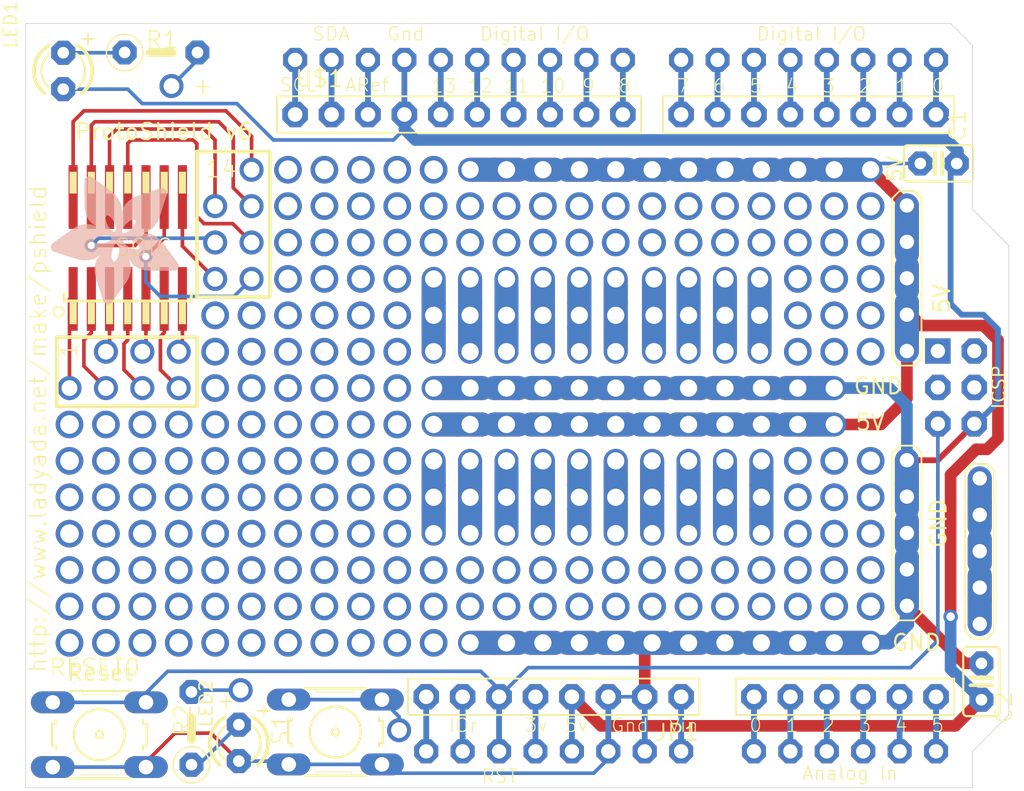
<source format=kicad_pcb>
(kicad_pcb (version 20221018) (generator pcbnew)
  (layers (0 "F.Cu" signal) (31 "B.Cu" signal) (34 "B.Paste" user) (35 "F.Paste" user) (36 "B.SilkS" user "B.Silkscreen") (37 "F.SilkS" user "F.Silkscreen") (38 "B.Mask" user) (39 "F.Mask" user) (44 "Edge.Cuts" user))
  (net 0 "")
  (net 1 "+5V")
  (net 2 "GND")
  (net 3 "N$11")
  (net 4 "N$12")
  (net 5 "N$13")
  (net 6 "N$14")
  (net 7 "N$17")
  (net 8 "N$18")
  (net 9 "N$19")
  (net 10 "N$30")
  (net 11 "N$31")
  (net 12 "N$32")
  (net 13 "N$33")
  (net 14 "N$38")
  (net 15 "N$39")
  (net 16 "N$46")
  (net 17 "N$47")
  (net 18 "N$48")
  (net 19 "N$52")
  (net 20 "N$53")
  (net 21 "N$60")
  (net 22 "N$64")
  (net 23 "N$65")
  (net 24 "N$66")
  (net 25 "N$68")
  (net 26 "N$69")
  (net 27 "N$71")
  (net 28 "N$72")
  (net 29 "N$73")
  (net 30 "N$74")
  (net 31 "N$75")
  (net 32 "N$76")
  (net 33 "N$77")
  (net 34 "N$78")
  (net 35 "N$79")
  (net 36 "N$81")
  (net 37 "N$82")
  (net 38 "N$83")
  (net 39 "N$84")
  (net 40 "N$91")
  (net 41 "N$95")
  (net 42 "N$96")
  (net 43 "N$97")
  (net 44 "N$98")
  (net 45 "N$101")
  (net 46 "N$102")
  (net 47 "N$103")
  (net 48 "N$104")
  (net 49 "N$105")
  (net 50 "N$106")
  (net 51 "N$107")
  (net 52 "N$108")
  (net 53 "N$109")
  (net 54 "N$110")
  (net 55 "N$111")
  (net 56 "N$112")
  (net 57 "N$113")
  (net 58 "N$125")
  (net 59 "N$129")
  (net 60 "N$130")
  (net 61 "N$131")
  (net 62 "N$133")
  (net 63 "N$134")
  (net 64 "N$138")
  (net 65 "N$139")
  (net 66 "N$140")
  (net 67 "N$141")
  (net 68 "N$142")
  (net 69 "N$143")
  (net 70 "N$144")
  (net 71 "N$146")
  (net 72 "N$147")
  (net 73 "N$148")
  (net 74 "N$160")
  (net 75 "N$161")
  (net 76 "N$162")
  (net 77 "N$163")
  (net 78 "N$168")
  (net 79 "N$169")
  (net 80 "N$170")
  (net 81 "N$173")
  (net 82 "N$174")
  (net 83 "N$175")
  (net 84 "N$176")
  (net 85 "N$177")
  (net 86 "N$198")
  (net 87 "N$199")
  (net 88 "N$206")
  (net 89 "N$207")
  (net 90 "N$208")
  (net 91 "N$209")
  (net 92 "N$225")
  (net 93 "N$226")
  (net 94 "N$227")
  (net 95 "N$228")
  (net 96 "N$241")
  (net 97 "N$242")
  (net 98 "N$255")
  (net 99 "N$259")
  (net 100 "N$260")
  (net 101 "N$261")
  (net 102 "N$263")
  (net 103 "N$264")
  (net 104 "N$51")
  (net 105 "N$99")
  (net 106 "N$194")
  (net 107 "3.3V")
  (net 108 "RESET")
  (net 109 "N$1")
  (net 110 "N$128")
  (net 111 "N$132")
  (net 112 "N$136")
  (net 113 "N$137")
  (net 114 "N$171")
  (net 115 "N$172")
  (net 116 "N$193")
  (net 117 "N$195")
  (net 118 "N$196")
  (net 119 "N$210")
  (net 120 "N$214")
  (net 121 "N$215")
  (net 122 "N$218")
  (net 123 "N$219")
  (net 124 "N$229")
  (net 125 "N$258")
  (net 126 "N$262")
  (net 127 "N$265")
  (net 128 "N$266")
  (net 129 "N$267")
  (net 130 "N$268")
  (net 131 "N$269")
  (net 132 "N$270")
  (net 133 "N$271")
  (net 134 "N$272")
  (net 135 "N$274")
  (net 136 "N$275")
  (net 137 "N$25")
  (net 138 "N$26")
  (net 139 "N$27")
  (net 140 "N$28")
  (net 141 "N$29")
  (net 142 "N$35")
  (net 143 "N$36")
  (net 144 "N$37")
  (net 145 "N$87")
  (net 146 "N$216")
  (net 147 "N$217")
  (net 148 "N$273")
  (net 149 "N$20")
  (net 150 "N$21")
  (net 151 "N$22")
  (net 152 "N$23")
  (net 153 "N$24")
  (net 154 "N$34")
  (net 155 "N$49")
  (net 156 "N$50")
  (net 157 "N$61")
  (net 158 "N$62")
  (net 159 "N$63")
  (net 160 "N$67")
  (net 161 "N$85")
  (net 162 "N$86")
  (net 163 "N$9")
  (net 164 "N$10")
  (net 165 "N$42")
  (net 166 "N$43")
  (net 167 "N$44")
  (net 168 "N$80")
  (net 169 "N$114")
  (net 170 "N$118")
  (net 171 "N$119")
  (net 172 "N$120")
  (net 173 "N$121")
  (net 174 "N$122")
  (net 175 "N$123")
  (net 176 "N$124")
  (net 177 "N$126")
  (net 178 "N$127")
  (net 179 "N$149")
  (net 180 "N$150")
  (net 181 "N$151")
  (net 182 "N$155")
  (net 183 "N$156")
  (net 184 "N$157")
  (net 185 "N$158")
  (net 186 "N$159")
  (net 187 "N$165")
  (net 188 "N$166")
  (net 189 "N$167")
  (net 190 "N$178")
  (net 191 "N$90")
  (net 192 "N$100")
  (net 193 "N$3")
  (net 194 "N$6")
  (net 195 "N$7")
  (net 196 "N$8")
  (net 197 "N$16")
  (net 198 "N$40")
  (net 199 "N$41")
  (net 200 "N$2")
  (net 201 "N$5")
  (net 202 "N$45")
  (net 203 "N$54")
  (net 204 "N$55")
  (net 205 "N$56")
  (net 206 "N$57")
  (net 207 "N$58")
  (net 208 "N$59")
  (net 209 "N$70")
  (net 210 "N$88")
  (net 211 "N$89")
  (net 212 "N$92")
  (net 213 "N$93")
  (net 214 "N$94")
  (net 215 "N$115")
  (net 216 "N$116")
  (net 217 "N$117")
  (net 218 "N$135")
  (net 219 "N$145")
  (net 220 "N$152")
  (net 221 "N$153")
  (net 222 "N$4")
  (net 223 "N$15")
  (net 224 "N$154")
  (net 225 "N$164")
  (footprint "working:PERFHOLE" (layer "F.Cu") (at 119.8092 103.7793)
    (fp_text reference "U$6" hide)
    (fp_text value "PERFHOLE" hide)
  )
  (footprint "working:1X10-BIG" (layer "F.Cu") (at 144.4371 84.6836)
    (fp_text reference "U$1")
    (fp_text value "PINHD-1X10")
  )
  (footprint "working:3-STRIP" (layer "F.Cu") (at 160.4492 111.3993 90)
    (fp_text reference "U$11" hide)
    (fp_text value "3-STRIP" hide)
  )
  (footprint "working:3-STRIP" (layer "F.Cu") (at 152.8292 111.3993 90)
    (fp_text reference "U$23" hide)
    (fp_text value "3-STRIP" hide)
  )
  (footprint "working:3-STRIP" (layer "F.Cu") (at 155.3692 111.3993 90)
    (fp_text reference "U$33" hide)
    (fp_text value "3-STRIP" hide)
  )
  (footprint "working:1X08-BIG" (layer "F.Cu") (at 151.0411 125.3236 180)
    (fp_text reference "JP1")
    (fp_text value "")
  )
  (footprint "working:C025-025X050" (layer "F.Cu") (at 180.876 124.2619 90)
    (fp_text reference "C2")
    (fp_text value "")
  )
  (footprint "" (layer "F.Cu") (at 180.7692 96.1593)
    (fp_text reference "@HOLE1" hide)
    (fp_text value "")
  )
  (footprint "working:1X06-BIG" (layer "F.Cu") (at 171.3611 125.3236)
    (fp_text reference "JP9" hide)
    (fp_text value "")
  )
  (footprint "working:3-STRIP" (layer "F.Cu") (at 152.8292 98.6993 90)
    (fp_text reference "U$21" hide)
    (fp_text value "3-STRIP" hide)
  )
  (footprint "working:5-STRIP" (layer "F.Cu") (at 175.6791 118.9736 90)
    (fp_text reference "U$43" hide)
    (fp_text value "5-STRIP" hide)
  )
  (footprint "working:LED3MM" (layer "F.Cu") (at 116.8324 81.6457 -90)
    (fp_text reference "LED1")
    (fp_text value "")
  )
  (footprint "working:3-STRIP" (layer "F.Cu") (at 155.3692 98.6993 90)
    (fp_text reference "U$28" hide)
    (fp_text value "3-STRIP" hide)
  )
  (footprint "working:3-STRIP" (layer "F.Cu") (at 158.0362 98.6993 90)
    (fp_text reference "U$15" hide)
    (fp_text value "3-STRIP" hide)
  )
  (footprint "working:LED3MM" (layer "F.Cu") (at 129.0802 128.5443 -90)
    (fp_text reference "LED2")
    (fp_text value "")
  )
  (footprint "working:0207_5V" (layer "F.Cu") (at 125.7782 127.5283 90)
    (fp_text reference "R2")
    (fp_text value "")
  )
  (footprint "working:ARDUINOR3_ICSP" (layer "F.Cu") (at 114.2111 131.6736)
    (fp_text reference "M1" hide)
    (fp_text value "ARDUINO_R3_ICSP" hide)
    (fp_line (start 0 -53.34) (end 0 0) (stroke (width 0.05)) (layer "Edge.Cuts"))
    (fp_line (start 0 0) (end 66.04 0) (stroke (width 0.05)) (layer "Edge.Cuts"))
    (fp_line (start 64.516 -53.34) (end 0 -53.34) (stroke (width 0.05)) (layer "Edge.Cuts"))
    (fp_line (start 66.04 -51.816) (end 64.516 -53.34) (stroke (width 0.05)) (layer "Edge.Cuts"))
    (fp_line (start 66.04 -40.386) (end 66.04 -51.816) (stroke (width 0.05)) (layer "Edge.Cuts"))
    (fp_line (start 66.04 -2.54) (end 68.58 -5.08) (stroke (width 0.05)) (layer "Edge.Cuts"))
    (fp_line (start 66.04 0) (end 66.04 -2.54) (stroke (width 0.05)) (layer "Edge.Cuts"))
    (fp_line (start 68.58 -37.846) (end 66.04 -40.386) (stroke (width 0.05)) (layer "Edge.Cuts"))
    (fp_line (start 68.58 -5.08) (end 68.58 -37.846) (stroke (width 0.05)) (layer "Edge.Cuts"))
  )
  (footprint "working:3-STRIP" (layer "F.Cu") (at 145.2092 98.6993 90)
    (fp_text reference "U$29" hide)
    (fp_text value "3-STRIP" hide)
  )
  (footprint "working:1X08-BIG" (layer "F.Cu") (at 168.8211 84.6836 180)
    (fp_text reference "JP4" hide)
    (fp_text value "")
  )
  (footprint "working:3-STRIP" (layer "F.Cu") (at 157.9092 111.3993 90)
    (fp_text reference "U$32" hide)
    (fp_text value "3-STRIP" hide)
  )
  (footprint "working:PERFHOLE" (layer "F.Cu") (at 129.9692 96.1593 90)
    (fp_text reference "U$35" hide)
    (fp_text value "PERFHOLE" hide)
  )
  (footprint "working:3-STRIP" (layer "F.Cu") (at 142.6692 111.3993 90)
    (fp_text reference "U$26" hide)
    (fp_text value "3-STRIP" hide)
  )
  (footprint "working:B3F-10XX" (layer "F.Cu") (at 135.8112 127.7823)
    (fp_text reference "S1")
    (fp_text value "Reset" hide)
  )
  (footprint "working:3-STRIP" (layer "F.Cu") (at 142.6692 98.6993 90)
    (fp_text reference "U$17" hide)
    (fp_text value "3-STRIP" hide)
  )
  (footprint "working:PERFHOLE" (layer "F.Cu") (at 124.3812 82.6973)
    (fp_text reference "U$7" hide)
    (fp_text value "PERFHOLE" hide)
  )
  (footprint "working:PERFHOLE" (layer "F.Cu") (at 129.2072 124.8613)
    (fp_text reference "U$4" hide)
    (fp_text value "PERFHOLE" hide)
  )
  (footprint "working:PERFHOLE" (layer "F.Cu") (at 122.3492 101.2393)
    (fp_text reference "U$19" hide)
    (fp_text value "PERFHOLE" hide)
  )
  (footprint "working:PERFHOLE" (layer "F.Cu") (at 127.4292 96.1593 90)
    (fp_text reference "U$34" hide)
    (fp_text value "PERFHOLE" hide)
  )
  (footprint "working:3-STRIP" (layer "F.Cu") (at 147.7492 111.3993 90)
    (fp_text reference "U$31" hide)
    (fp_text value "3-STRIP" hide)
  )
  (footprint "working:3-STRIP" (layer "F.Cu") (at 145.2092 111.3993 90)
    (fp_text reference "U$18" hide)
    (fp_text value "3-STRIP" hide)
  )
  (footprint "working:B3F-10XX" (layer "F.Cu") (at 119.3512 127.9721 180)
    (fp_text reference "RESET0")
    (fp_text value "Reset" hide)
  )
  (footprint "working:PERFHOLE" (layer "F.Cu") (at 140.2562 127.6553)
    (fp_text reference "U$16" hide)
    (fp_text value "PERFHOLE" hide)
  )
  (footprint "working:PERFHOLE" (layer "F.Cu") (at 119.8092 101.2393)
    (fp_text reference "U$8" hide)
    (fp_text value "PERFHOLE" hide)
  )
  (footprint "working:PERFHOLE" (layer "F.Cu") (at 127.4292 91.0793 90)
    (fp_text reference "U$39" hide)
    (fp_text value "PERFHOLE" hide)
  )
  (footprint "working:PERFHOLE" (layer "F.Cu") (at 124.8892 103.7793)
    (fp_text reference "U$25" hide)
    (fp_text value "PERFHOLE" hide)
  )
  (footprint "working:PERFHOLE" (layer "F.Cu") (at 129.9692 93.6193 90)
    (fp_text reference "U$38" hide)
    (fp_text value "PERFHOLE" hide)
  )
  (footprint "working:3-STRIP" (layer "F.Cu") (at 147.7492 98.6993 90)
    (fp_text reference "U$20" hide)
    (fp_text value "3-STRIP" hide)
  )
  (footprint "working:3-STRIP" (layer "F.Cu") (at 165.4022 98.6993 90)
    (fp_text reference "U$13" hide)
    (fp_text value "3-STRIP" hide)
  )
  (footprint "working:PERFHOLE" (layer "F.Cu") (at 117.2692 103.7793)
    (fp_text reference "U$2" hide)
    (fp_text value "PERFHOLE" hide)
  )
  (footprint "" (layer "F.Cu") (at 129.9692 80.9193)
    (fp_text reference "@HOLE0" hide)
    (fp_text value "")
  )
  (footprint "working:SO-14NMW" (layer "F.Cu") (at 120.5712 93.8733)
    (fp_text reference "IC1" hide)
    (fp_text value "SMD-14" hide)
  )
  (footprint "working:PERFHOLE" (layer "F.Cu") (at 129.9692 88.5393 90)
    (fp_text reference "U$41" hide)
    (fp_text value "PERFHOLE" hide)
  )
  (footprint "working:C025-025X050" (layer "F.Cu") (at 177.8838 88.1025)
    (fp_text reference "C1")
    (fp_text value "")
  )
  (footprint "working:3-STRIP" (layer "F.Cu") (at 150.2892 98.6993 90)
    (fp_text reference "U$30" hide)
    (fp_text value "3-STRIP" hide)
  )
  (footprint "working:5-STRIP" (layer "F.Cu") (at 175.6791 101.1936 90)
    (fp_text reference "U$24" hide)
    (fp_text value "5-STRIP" hide)
  )
  (footprint "working:PERFHOLE" (layer "F.Cu") (at 127.4292 93.6193 90)
    (fp_text reference "U$37" hide)
    (fp_text value "PERFHOLE" hide)
  )
  (footprint "working:12-STRIP" (layer "F.Cu") (at 173.1492 88.5393 180)
    (fp_text reference "VCCSTRIP1" hide)
    (fp_text value "12-STRIP" hide)
  )
  (footprint "working:PERFHOLE" (layer "F.Cu") (at 129.9692 91.0793 90)
    (fp_text reference "U$40" hide)
    (fp_text value "PERFHOLE" hide)
  )
  (footprint "working:3-STRIP" (layer "F.Cu") (at 162.9892 98.6993 90)
    (fp_text reference "U$12" hide)
    (fp_text value "3-STRIP" hide)
  )
  (footprint "working:3-STRIP" (layer "F.Cu") (at 165.5292 111.3993 90)
    (fp_text reference "U$14" hide)
    (fp_text value "3-STRIP" hide)
  )
  (footprint "working:PERFHOLE" (layer "F.Cu") (at 124.8892 101.2393)
    (fp_text reference "U$27" hide)
    (fp_text value "PERFHOLE" hide)
  )
  (footprint "working:PERFHOLE" (layer "F.Cu") (at 122.3492 103.7793)
    (fp_text reference "U$9" hide)
    (fp_text value "PERFHOLE" hide)
  )
  (footprint "working:3-STRIP" (layer "F.Cu") (at 160.4492 98.6993 90)
    (fp_text reference "U$10" hide)
    (fp_text value "3-STRIP" hide)
  )
  (footprint "working:3-STRIP" (layer "F.Cu") (at 162.9892 111.3993 90)
    (fp_text reference "U$5" hide)
    (fp_text value "3-STRIP" hide)
  )
  (footprint "working:3-STRIP" (layer "F.Cu") (at 150.2892 111.3993 90)
    (fp_text reference "U$22" hide)
    (fp_text value "3-STRIP" hide)
  )
  (footprint "working:12-STRIP" (layer "F.Cu") (at 173.1492 121.5593 180)
    (fp_text reference "GNDSTRIP2" hide)
    (fp_text value "12-STRIP" hide)
  )
  (footprint "working:12-STRIP" (layer "F.Cu") (at 170.6092 106.3193 180)
    (fp_text reference "VCCSTRIP2" hide)
    (fp_text value "12-STRIP" hide)
  )
  (footprint "working:5-STRIP" (layer "F.Cu") (at 180.7591 120.2436 90)
    (fp_text reference "U$3" hide)
    (fp_text value "5-STRIP" hide)
  )
  (footprint "working:0207_5V" (layer "F.Cu") (at 123.6548 80.3555)
    (fp_text reference "R1")
    (fp_text value "")
  )
  (footprint "working:12-STRIP" (layer "F.Cu") (at 170.6092 103.7793 180)
    (fp_text reference "GNDSTRIP1" hide)
    (fp_text value "12-STRIP" hide)
  )
  (footprint "working:ADAFRUIT_9MM" (layer "B.Cu") (at 124.8791 89.0016 -90)
    (fp_text reference "U$36" hide)
    (fp_text value "" hide)
  )
  (gr_line (start 126.4132 97.4293) (end 126.1592 97.4293) (stroke (width 0.254)) (layer "F.SilkS"))
  (gr_line (start 126.1592 97.4293) (end 126.1592 87.2693) (stroke (width 0.254)) (layer "F.SilkS"))
  (gr_line (start 126.1592 100.2233) (end 126.1592 105.0493) (stroke (width 0.254)) (layer "F.SilkS"))
  (gr_line (start 131.2392 97.4293) (end 131.2392 87.2693) (stroke (width 0.254)) (layer "F.SilkS"))
  (gr_line (start 126.1592 105.0493) (end 116.3802 105.0493) (stroke (width 0.254)) (layer "F.SilkS"))
  (gr_line (start 126.5402 97.4293) (end 131.2392 97.4293) (stroke (width 0.254)) (layer "F.SilkS"))
  (gr_line (start 131.2392 87.2693) (end 126.1592 87.2693) (stroke (width 0.254)) (layer "F.SilkS"))
  (gr_line (start 116.3802 105.0493) (end 116.3802 100.2233) (stroke (width 0.254)) (layer "F.SilkS"))
  (gr_line (start 116.3802 100.2233) (end 126.1592 100.2233) (stroke (width 0.254)) (layer "F.SilkS"))
  (gr_text "GND" (at 178.5188 115.0265 90) (layer "F.SilkS") (effects (font (size 1.1176 1.1176) (thickness 0.1524)) (justify left bottom)))
  (gr_text "5V" (at 174.2364 87.4877 90) (layer "F.SilkS") (effects (font (size 1.00584 1.00584) (thickness 0.13716)) (justify right top)))
  (gr_text "+" (at 127.4292 126.2583) (layer "F.SilkS") (effects (font (size 1.1684 1.1684) (thickness 0.1016)) (justify left bottom)))
  (gr_text "Reset" (at 117.0051 124.3076) (layer "F.SilkS") (effects (font (size 1.1176 1.1176) (thickness 0.1524)) (justify left bottom)))
  (gr_text "+" (at 125.7782 83.3323) (layer "F.SilkS") (effects (font (size 1.1684 1.1684) (thickness 0.1016)) (justify left bottom)))
  (gr_text "GND" (at 174.5462 122.1943) (layer "F.SilkS") (effects (font (size 1.1176 1.1176) (thickness 0.1524)) (justify left bottom)))
  (gr_text "Digital I/O" (at 145.8341 79.6036) (layer "F.SilkS") (effects (font (size 0.93472 0.93472) (thickness 0.08128)) (justify left bottom)))
  (gr_text "1" (at 117.9042 101.7473 90) (layer "F.SilkS") (effects (font (size 1.1684 1.1684) (thickness 0.1016)) (justify left bottom)))
  (gr_text "ICSP" (at 182.617 105.3262 90) (layer "F.SilkS") (effects (font (size 0.89408 0.89408) (thickness 0.12192)) (justify left bottom)))
  (gr_text "GND" (at 171.8792 104.2873) (layer "F.SilkS") (effects (font (size 1.1176 1.1176) (thickness 0.1524)) (justify left bottom)))
  (gr_text "14" (at 126.6672 89.1743) (layer "F.SilkS") (effects (font (size 1.1684 1.1684) (thickness 0.1016)) (justify left bottom)))
  (gr_text "5V" (at 172.0062 106.8273) (layer "F.SilkS") (effects (font (size 1.1176 1.1176) (thickness 0.1524)) (justify left bottom)))
  (gr_text "5V" (at 178.7728 98.6435 90) (layer "F.SilkS") (effects (font (size 1.1176 1.1176) (thickness 0.1524)) (justify left bottom)))
  (gr_text "Digital I/O" (at 165.1381 79.6036) (layer "F.SilkS") (effects (font (size 0.93472 0.93472) (thickness 0.08128)) (justify left bottom)))
  (gr_text "http://www.ladyada.net/make/pshield" (at 115.7452 123.7183 90) (layer "F.SilkS") (effects (font (size 1.1684 1.1684) (thickness 0.1016)) (justify left bottom)))
  (gr_text "SOIC" (at 120.3172 94.6353) (layer "F.SilkS") (effects (font (size 1.1684 1.1684) (thickness 0.1016)) (justify left bottom)))
  (gr_text "ProtoShield v6" (at 130.1483 85.2272) (layer "F.SilkS") (effects (font (size 1.1176 1.1176) (thickness 0.1524)) (justify right top)))
  (gr_text "Analog In" (at 168.3232 131.2113) (layer "F.SilkS") (effects (font (size 0.93472 0.93472) (thickness 0.08128)) (justify left bottom)))
  (segment (start 178.7271 109.8296) (end 178.7271 119.7356) (width 0.8128) (layer "F.Cu") (net 1))
  (segment (start 175.6791 98.3996) (end 176.6951 99.4156) (width 0.8128) (layer "F.Cu") (net 1))
  (segment (start 181.2671 108.0516) (end 180.5051 108.0516) (width 0.8128) (layer "F.Cu") (net 1))
  (segment (start 170.6092 106.3193) (end 173.8554 106.3193) (width 0.8128) (layer "F.Cu") (net 1))
  (segment (start 175.6791 91.0692) (end 175.6791 98.3996) (width 0.8128) (layer "F.Cu") (net 1))
  (segment (start 154.3431 127.3556) (end 179.0523 127.3556) (width 0.8128) (layer "F.Cu") (net 1))
  (segment (start 175.6791 98.3996) (end 175.6791 101.1936) (width 0.8128) (layer "F.Cu") (net 1))
  (segment (start 182.0291 107.2896) (end 181.2671 108.0516) (width 0.8128) (layer "F.Cu") (net 1))
  (segment (start 176.6951 99.4156) (end 181.0131 99.4156) (width 0.8128) (layer "F.Cu") (net 1))
  (segment (start 181.0131 99.4156) (end 182.0291 100.4316) (width 0.8128) (layer "F.Cu") (net 1))
  (segment (start 180.5051 108.0516) (end 178.7271 109.8296) (width 0.8128) (layer "F.Cu") (net 1))
  (segment (start 179.0523 127.3556) (end 180.876 125.5319) (width 0.8128) (layer "F.Cu") (net 1))
  (segment (start 173.8554 106.3193) (end 175.6791 104.4956) (width 0.8128) (layer "F.Cu") (net 1))
  (segment (start 182.0291 100.4316) (end 182.0291 107.2896) (width 0.8128) (layer "F.Cu") (net 1))
  (segment (start 152.3111 125.3236) (end 154.3431 127.3556) (width 0.8128) (layer "F.Cu") (net 1))
  (segment (start 173.1492 88.5393) (end 175.6791 91.0692) (width 0.8128) (layer "F.Cu") (net 1))
  (segment (start 175.6791 104.4956) (end 175.6791 101.1936) (width 0.8128) (layer "F.Cu") (net 1))
  (via (at 178.7271 119.7356) (size 1.0064) (drill 0.6) (layers "F.Cu" "B.Cu") (net 1))
  (segment (start 152.3111 125.3236) (end 152.3111 129.1336) (width 0.4064) (layer "B.Cu") (net 1))
  (segment (start 178.7271 119.7356) (end 178.7271 123.383) (width 0.8128) (layer "B.Cu") (net 1))
  (segment (start 175.6791 100.9396) (end 175.6791 101.1936) (width 0.4064) (layer "B.Cu") (net 1))
  (segment (start 173.586 88.1025) (end 176.6138 88.1025) (width 0.254) (layer "B.Cu") (net 1))
  (segment (start 178.7271 123.383) (end 180.876 125.5319) (width 0.8128) (layer "B.Cu") (net 1))
  (segment (start 173.1492 88.5393) (end 173.586 88.1025) (width 0.254) (layer "B.Cu") (net 1))
  (segment (start 157.5994 121.5593) (end 173.1492 121.5593) (width 0.8128) (layer "F.Cu") (net 2))
  (segment (start 157.3911 121.7676) (end 157.5994 121.5593) (width 0.8128) (layer "F.Cu") (net 2))
  (segment (start 179.6974 122.9919) (end 175.6791 118.9736) (width 0.8128) (layer "F.Cu") (net 2))
  (segment (start 122.6024 130.2327) (end 122.6024 129.8863) (width 0.254) (layer "F.Cu") (net 2))
  (segment (start 180.876 122.9919) (end 179.6974 122.9919) (width 0.8128) (layer "F.Cu") (net 2))
  (segment (start 124.6251 127.8636) (end 127.1295 127.8636) (width 0.254) (layer "F.Cu") (net 2))
  (segment (start 177.8381 108.8136) (end 176.1871 108.8136) (width 0.4064) (layer "F.Cu") (net 2))
  (segment (start 157.3911 125.3236) (end 157.3911 121.7676) (width 0.8128) (layer "F.Cu") (net 2))
  (segment (start 180.3781 106.2736) (end 177.8381 108.8136) (width 0.4064) (layer "F.Cu") (net 2))
  (segment (start 127.1295 127.8636) (end 129.0802 129.8143) (width 0.254) (layer "F.Cu") (net 2))
  (segment (start 122.6024 129.8863) (end 124.6251 127.8636) (width 0.254) (layer "F.Cu") (net 2))
  (segment (start 175.6791 109.3216) (end 175.6791 118.9736) (width 0.4064) (layer "F.Cu") (net 2))
  (segment (start 176.1871 108.8136) (end 175.6791 109.3216) (width 0.4064) (layer "F.Cu") (net 2))
  (segment (start 181.0131 98.6536) (end 182.0291 99.6696) (width 0.4064) (layer "B.Cu") (net 2))
  (segment (start 175.6791 105.0036) (end 175.6791 118.9736) (width 0.8128) (layer "B.Cu") (net 2))
  (segment (start 178.4731 86.4616) (end 179.2351 87.2236) (width 0.8128) (layer "B.Cu") (net 2))
  (segment (start 139.8651 86.4616) (end 140.6271 85.6996) (width 0.254) (layer "B.Cu") (net 2))
  (segment (start 182.0291 99.6696) (end 182.0291 104.7496) (width 0.4064) (layer "B.Cu") (net 2))
  (segment (start 139.0624 130.0429) (end 139.6771 130.6576) (width 0.254) (layer "B.Cu") (net 2))
  (segment (start 153.8351 130.6576) (end 154.8511 129.6416) (width 0.254) (layer "B.Cu") (net 2))
  (segment (start 140.6271 85.6996) (end 140.6271 84.6836) (width 0.254) (layer "B.Cu") (net 2))
  (segment (start 131.4831 86.4616) (end 139.8651 86.4616) (width 0.254) (layer "B.Cu") (net 2))
  (segment (start 116.1 130.2327) (end 122.6024 130.2327) (width 0.254) (layer "B.Cu") (net 2))
  (segment (start 154.8511 125.3236) (end 157.3911 125.3236) (width 0.254) (layer "B.Cu") (net 2))
  (segment (start 141.3891 86.4616) (end 178.4731 86.4616) (width 0.8128) (layer "B.Cu") (net 2))
  (segment (start 132.3314 129.8143) (end 132.56 130.0429) (width 0.254) (layer "B.Cu") (net 2))
  (segment (start 174.4091 121.5136) (end 173.1949 121.5136) (width 1.016) (layer "B.Cu") (net 2))
  (segment (start 154.8511 129.1336) (end 154.8511 125.3236) (width 0.4064) (layer "B.Cu") (net 2))
  (segment (start 174.4548 103.7793) (end 175.6791 105.0036) (width 0.8128) (layer "B.Cu") (net 2))
  (segment (start 173.1949 121.5136) (end 173.1492 121.5593) (width 1.016) (layer "B.Cu") (net 2))
  (segment (start 121.3332 82.9157) (end 122.3391 83.9216) (width 0.254) (layer "B.Cu") (net 2))
  (segment (start 132.56 130.0429) (end 139.0624 130.0429) (width 0.254) (layer "B.Cu") (net 2))
  (segment (start 157.3911 125.3236) (end 157.3911 129.1336) (width 0.4064) (layer "B.Cu") (net 2))
  (segment (start 179.4891 98.6536) (end 181.0131 98.6536) (width 0.4064) (layer "B.Cu") (net 2))
  (segment (start 128.9431 83.9216) (end 131.4831 86.4616) (width 0.254) (layer "B.Cu") (net 2))
  (segment (start 180.5051 106.2736) (end 180.3781 106.2736) (width 0.4064) (layer "B.Cu") (net 2))
  (segment (start 178.7271 88.5292) (end 178.7271 97.8916) (width 0.4064) (layer "B.Cu") (net 2))
  (segment (start 170.6092 103.7793) (end 174.4548 103.7793) (width 0.8128) (layer "B.Cu") (net 2))
  (segment (start 139.6771 130.6576) (end 153.8351 130.6576) (width 0.254) (layer "B.Cu") (net 2))
  (segment (start 175.6791 118.9736) (end 175.6791 120.2436) (width 1.016) (layer "B.Cu") (net 2))
  (segment (start 154.8511 129.6416) (end 154.8511 129.1336) (width 0.254) (layer "B.Cu") (net 2))
  (segment (start 179.2351 88.0212) (end 179.1538 88.1025) (width 0.8128) (layer "B.Cu") (net 2))
  (segment (start 129.0802 129.8143) (end 132.3314 129.8143) (width 0.254) (layer "B.Cu") (net 2))
  (segment (start 179.2351 87.2236) (end 179.2351 88.0212) (width 0.8128) (layer "B.Cu") (net 2))
  (segment (start 178.7271 97.8916) (end 179.4891 98.6536) (width 0.4064) (layer "B.Cu") (net 2))
  (segment (start 122.3391 83.9216) (end 128.9431 83.9216) (width 0.254) (layer "B.Cu") (net 2))
  (segment (start 179.1538 88.1025) (end 178.7271 88.5292) (width 0.4064) (layer "B.Cu") (net 2))
  (segment (start 182.0291 104.7496) (end 180.5051 106.2736) (width 0.4064) (layer "B.Cu") (net 2))
  (segment (start 175.6791 120.2436) (end 174.4091 121.5136) (width 1.016) (layer "B.Cu") (net 2))
  (segment (start 140.6271 85.6996) (end 141.3891 86.4616) (width 0.8128) (layer "B.Cu") (net 2))
  (segment (start 116.8324 82.9157) (end 121.3332 82.9157) (width 0.254) (layer "B.Cu") (net 2))
  (segment (start 140.6271 80.8736) (end 140.6271 84.6836) (width 0.4064) (layer "B.Cu") (net 2))
  (via (at 150.2892 119.0193) (size 1.9304) (drill 1.3) (layers "F.Cu" "B.Cu") (net 3))
  (via (at 150.2892 116.4793) (size 1.9304) (drill 1.3) (layers "F.Cu" "B.Cu") (net 4))
  (via (at 150.2892 93.6193) (size 1.9304) (drill 1.3) (layers "F.Cu" "B.Cu") (net 5))
  (via (at 150.2892 91.0793) (size 1.9304) (drill 1.3) (layers "F.Cu" "B.Cu") (net 6))
  (via (at 122.3492 106.3193) (size 1.9304) (drill 1.3) (layers "F.Cu" "B.Cu") (net 7))
  (via (at 122.3492 108.8593) (size 1.9304) (drill 1.3) (layers "F.Cu" "B.Cu") (net 8))
  (via (at 122.3492 111.3993) (size 1.9304) (drill 1.3) (layers "F.Cu" "B.Cu") (net 9))
  (via (at 147.7492 119.0193) (size 1.9304) (drill 1.3) (layers "F.Cu" "B.Cu") (net 10))
  (via (at 147.7492 116.4793) (size 1.9304) (drill 1.3) (layers "F.Cu" "B.Cu") (net 11))
  (via (at 147.7492 93.6193) (size 1.9304) (drill 1.3) (layers "F.Cu" "B.Cu") (net 12))
  (via (at 147.7492 91.0793) (size 1.9304) (drill 1.3) (layers "F.Cu" "B.Cu") (net 13))
  (via (at 124.8892 108.8593) (size 1.9304) (drill 1.3) (layers "F.Cu" "B.Cu") (net 14))
  (via (at 124.8892 106.3193) (size 1.9304) (drill 1.3) (layers "F.Cu" "B.Cu") (net 15))
  (via (at 152.8292 119.0193) (size 1.9304) (drill 1.3) (layers "F.Cu" "B.Cu") (net 16))
  (via (at 152.8292 116.4793) (size 1.9304) (drill 1.3) (layers "F.Cu" "B.Cu") (net 17))
  (via (at 124.8892 111.3993) (size 1.9304) (drill 1.3) (layers "F.Cu" "B.Cu") (net 18))
  (via (at 127.4292 108.8593) (size 1.9304) (drill 1.3) (layers "F.Cu" "B.Cu") (net 19))
  (via (at 127.4292 106.3193) (size 1.9304) (drill 1.3) (layers "F.Cu" "B.Cu") (net 20))
  (via (at 155.3692 119.0193) (size 1.9304) (drill 1.3) (layers "F.Cu" "B.Cu") (net 21))
  (via (at 155.3692 116.4793) (size 1.9304) (drill 1.3) (layers "F.Cu" "B.Cu") (net 22))
  (via (at 155.3692 93.6193) (size 1.9304) (drill 1.3) (layers "F.Cu" "B.Cu") (net 23))
  (via (at 155.3692 91.0793) (size 1.9304) (drill 1.3) (layers "F.Cu" "B.Cu") (net 24))
  (via (at 152.8292 93.6193) (size 1.9304) (drill 1.3) (layers "F.Cu" "B.Cu") (net 25))
  (via (at 152.8292 91.0793) (size 1.9304) (drill 1.3) (layers "F.Cu" "B.Cu") (net 26))
  (via (at 132.5092 101.2393) (size 1.9304) (drill 1.3) (layers "F.Cu" "B.Cu") (net 27))
  (via (at 132.5092 98.6993) (size 1.9304) (drill 1.3) (layers "F.Cu" "B.Cu") (net 28))
  (via (at 132.5092 96.1593) (size 1.9304) (drill 1.3) (layers "F.Cu" "B.Cu") (net 29))
  (via (at 132.5092 93.6193) (size 1.9304) (drill 1.3) (layers "F.Cu" "B.Cu") (net 30))
  (via (at 132.5092 91.0793) (size 1.9304) (drill 1.3) (layers "F.Cu" "B.Cu") (net 31))
  (via (at 160.4492 119.0193) (size 1.9304) (drill 1.3) (layers "F.Cu" "B.Cu") (net 32))
  (via (at 160.4492 116.4793) (size 1.9304) (drill 1.3) (layers "F.Cu" "B.Cu") (net 33))
  (via (at 160.4492 93.6193) (size 1.9304) (drill 1.3) (layers "F.Cu" "B.Cu") (net 34))
  (via (at 160.4492 91.0793) (size 1.9304) (drill 1.3) (layers "F.Cu" "B.Cu") (net 35))
  (via (at 132.5092 103.7793) (size 1.9304) (drill 1.3) (layers "F.Cu" "B.Cu") (net 36))
  (via (at 132.5092 106.3193) (size 1.9304) (drill 1.3) (layers "F.Cu" "B.Cu") (net 37))
  (via (at 132.5092 108.8593) (size 1.9304) (drill 1.3) (layers "F.Cu" "B.Cu") (net 38))
  (via (at 132.5092 111.3993) (size 1.9304) (drill 1.3) (layers "F.Cu" "B.Cu") (net 39))
  (via (at 129.9692 98.6993) (size 1.9304) (drill 1.3) (layers "F.Cu" "B.Cu") (net 40))
  (via (at 157.9092 119.0193) (size 1.9304) (drill 1.3) (layers "F.Cu" "B.Cu") (net 41))
  (via (at 157.9092 116.4793) (size 1.9304) (drill 1.3) (layers "F.Cu" "B.Cu") (net 42))
  (via (at 157.9092 93.6193) (size 1.9304) (drill 1.3) (layers "F.Cu" "B.Cu") (net 43))
  (via (at 157.9092 91.0793) (size 1.9304) (drill 1.3) (layers "F.Cu" "B.Cu") (net 44))
  (via (at 129.9692 106.3193) (size 1.9304) (drill 1.3) (layers "F.Cu" "B.Cu") (net 45))
  (via (at 129.9692 108.8593) (size 1.9304) (drill 1.3) (layers "F.Cu" "B.Cu") (net 46))
  (via (at 135.0492 108.8593) (size 1.9304) (drill 1.3) (layers "F.Cu" "B.Cu") (net 47))
  (via (at 135.0492 106.3193) (size 1.9304) (drill 1.3) (layers "F.Cu" "B.Cu") (net 48))
  (via (at 135.0492 103.7793) (size 1.9304) (drill 1.3) (layers "F.Cu" "B.Cu") (net 49))
  (via (at 135.0492 101.2393) (size 1.9304) (drill 1.3) (layers "F.Cu" "B.Cu") (net 50))
  (via (at 135.0492 98.6993) (size 1.9304) (drill 1.3) (layers "F.Cu" "B.Cu") (net 51))
  (via (at 135.0492 96.1593) (size 1.9304) (drill 1.3) (layers "F.Cu" "B.Cu") (net 52))
  (via (at 135.0492 93.6193) (size 1.9304) (drill 1.3) (layers "F.Cu" "B.Cu") (net 53))
  (via (at 135.0492 91.0793) (size 1.9304) (drill 1.3) (layers "F.Cu" "B.Cu") (net 54))
  (via (at 162.9892 119.0193) (size 1.9304) (drill 1.3) (layers "F.Cu" "B.Cu") (net 55))
  (via (at 162.9892 116.4793) (size 1.9304) (drill 1.3) (layers "F.Cu" "B.Cu") (net 56))
  (via (at 135.0492 111.3993) (size 1.9304) (drill 1.3) (layers "F.Cu" "B.Cu") (net 57))
  (via (at 165.5292 119.0193) (size 1.9304) (drill 1.3) (layers "F.Cu" "B.Cu") (net 58))
  (via (at 165.5292 116.4793) (size 1.9304) (drill 1.3) (layers "F.Cu" "B.Cu") (net 59))
  (via (at 165.5292 93.6193) (size 1.9304) (drill 1.3) (layers "F.Cu" "B.Cu") (net 60))
  (via (at 165.5292 91.0793) (size 1.9304) (drill 1.3) (layers "F.Cu" "B.Cu") (net 61))
  (via (at 162.9892 93.6193) (size 1.9304) (drill 1.3) (layers "F.Cu" "B.Cu") (net 62))
  (via (at 162.9892 91.0793) (size 1.9304) (drill 1.3) (layers "F.Cu" "B.Cu") (net 63))
  (via (at 168.0692 101.2393) (size 1.9304) (drill 1.3) (layers "F.Cu" "B.Cu") (net 64))
  (via (at 168.0692 98.6993) (size 1.9304) (drill 1.3) (layers "F.Cu" "B.Cu") (net 65))
  (via (at 168.0692 96.1593) (size 1.9304) (drill 1.3) (layers "F.Cu" "B.Cu") (net 66))
  (via (at 170.6092 119.0193) (size 1.9304) (drill 1.3) (layers "F.Cu" "B.Cu") (net 67))
  (via (at 170.6092 116.4793) (size 1.9304) (drill 1.3) (layers "F.Cu" "B.Cu") (net 68))
  (via (at 170.6092 93.6193) (size 1.9304) (drill 1.3) (layers "F.Cu" "B.Cu") (net 69))
  (via (at 170.6092 91.0793) (size 1.9304) (drill 1.3) (layers "F.Cu" "B.Cu") (net 70))
  (via (at 168.0692 108.8593) (size 1.9304) (drill 1.3) (layers "F.Cu" "B.Cu") (net 71))
  (via (at 168.0692 111.3993) (size 1.9304) (drill 1.3) (layers "F.Cu" "B.Cu") (net 72))
  (via (at 168.0692 113.9393) (size 1.9304) (drill 1.3) (layers "F.Cu" "B.Cu") (net 73))
  (via (at 168.0692 119.0193) (size 1.9304) (drill 1.3) (layers "F.Cu" "B.Cu") (net 74))
  (via (at 168.0692 116.4793) (size 1.9304) (drill 1.3) (layers "F.Cu" "B.Cu") (net 75))
  (via (at 168.0692 93.6193) (size 1.9304) (drill 1.3) (layers "F.Cu" "B.Cu") (net 76))
  (via (at 168.0692 91.0793) (size 1.9304) (drill 1.3) (layers "F.Cu" "B.Cu") (net 77))
  (via (at 170.6092 113.9393) (size 1.9304) (drill 1.3) (layers "F.Cu" "B.Cu") (net 78))
  (via (at 170.6092 111.3993) (size 1.9304) (drill 1.3) (layers "F.Cu" "B.Cu") (net 79))
  (via (at 170.6092 108.8593) (size 1.9304) (drill 1.3) (layers "F.Cu" "B.Cu") (net 80))
  (via (at 170.6092 101.2393) (size 1.9304) (drill 1.3) (layers "F.Cu" "B.Cu") (net 81))
  (via (at 170.6092 98.6993) (size 1.9304) (drill 1.3) (layers "F.Cu" "B.Cu") (net 82))
  (via (at 170.6092 96.1593) (size 1.9304) (drill 1.3) (layers "F.Cu" "B.Cu") (net 83))
  (via (at 173.1492 119.0193) (size 1.9304) (drill 1.3) (layers "F.Cu" "B.Cu") (net 84))
  (via (at 173.1492 116.4793) (size 1.9304) (drill 1.3) (layers "F.Cu" "B.Cu") (net 85))
  (via (at 173.1492 93.6193) (size 1.9304) (drill 1.3) (layers "F.Cu" "B.Cu") (net 86))
  (via (at 173.1492 91.0793) (size 1.9304) (drill 1.3) (layers "F.Cu" "B.Cu") (net 87))
  (via (at 140.1292 119.0193) (size 1.9304) (drill 1.3) (layers "F.Cu" "B.Cu") (net 88))
  (via (at 140.1292 116.4793) (size 1.9304) (drill 1.3) (layers "F.Cu" "B.Cu") (net 89))
  (via (at 140.1292 93.6193) (size 1.9304) (drill 1.3) (layers "F.Cu" "B.Cu") (net 90))
  (via (at 140.1292 91.0793) (size 1.9304) (drill 1.3) (layers "F.Cu" "B.Cu") (net 91))
  (via (at 137.5892 119.0193) (size 1.9304) (drill 1.3) (layers "F.Cu" "B.Cu") (net 92))
  (via (at 137.5892 116.4793) (size 1.9304) (drill 1.3) (layers "F.Cu" "B.Cu") (net 93))
  (via (at 137.5892 93.6193) (size 1.9304) (drill 1.3) (layers "F.Cu" "B.Cu") (net 94))
  (via (at 137.5892 91.0793) (size 1.9304) (drill 1.3) (layers "F.Cu" "B.Cu") (net 95))
  (via (at 142.6692 119.0193) (size 1.9304) (drill 1.3) (layers "F.Cu" "B.Cu") (net 96))
  (via (at 142.6692 116.4793) (size 1.9304) (drill 1.3) (layers "F.Cu" "B.Cu") (net 97))
  (via (at 145.2092 119.0193) (size 1.9304) (drill 1.3) (layers "F.Cu" "B.Cu") (net 98))
  (via (at 145.2092 116.4793) (size 1.9304) (drill 1.3) (layers "F.Cu" "B.Cu") (net 99))
  (via (at 145.2092 93.6193) (size 1.9304) (drill 1.3) (layers "F.Cu" "B.Cu") (net 100))
  (via (at 145.2092 91.0793) (size 1.9304) (drill 1.3) (layers "F.Cu" "B.Cu") (net 101))
  (via (at 142.6692 93.6193) (size 1.9304) (drill 1.3) (layers "F.Cu" "B.Cu") (net 102))
  (via (at 142.6692 91.0793) (size 1.9304) (drill 1.3) (layers "F.Cu" "B.Cu") (net 103))
  (via (at 127.4292 111.3993) (size 1.9304) (drill 1.3) (layers "F.Cu" "B.Cu") (net 104))
  (via (at 129.9692 111.3993) (size 1.9304) (drill 1.3) (layers "F.Cu" "B.Cu") (net 105))
  (segment (start 140.2562 127.6553) (end 140.2562 126.7155) (width 0.254) (layer "B.Cu") (net 106))
  (segment (start 140.2562 126.7155) (end 139.0624 125.5217) (width 0.254) (layer "B.Cu") (net 106))
  (segment (start 132.56 125.5217) (end 139.0624 125.5217) (width 0.254) (layer "B.Cu") (net 106))
  (segment (start 149.7711 125.3236) (end 149.7711 129.1336) (width 0.4064) (layer "B.Cu") (net 107))
  (segment (start 149.2631 123.2916) (end 175.9331 123.2916) (width 0.254) (layer "B.Cu") (net 108))
  (segment (start 147.2311 125.3236) (end 147.2311 129.1336) (width 0.4064) (layer "B.Cu") (net 108))
  (segment (start 177.8381 121.3866) (end 177.8381 106.2736) (width 0.254) (layer "B.Cu") (net 108))
  (segment (start 122.6024 125.7115) (end 122.6024 125.0603) (width 0.254) (layer "B.Cu") (net 108))
  (segment (start 175.9331 123.2916) (end 177.8381 121.3866) (width 0.254) (layer "B.Cu") (net 108))
  (segment (start 116.1 125.7115) (end 122.6024 125.7115) (width 0.254) (layer "B.Cu") (net 108))
  (segment (start 145.9611 123.5456) (end 147.2311 124.8156) (width 0.254) (layer "B.Cu") (net 108))
  (segment (start 124.1171 123.5456) (end 145.9611 123.5456) (width 0.254) (layer "B.Cu") (net 108))
  (segment (start 147.2311 125.3236) (end 149.2631 123.2916) (width 0.254) (layer "B.Cu") (net 108))
  (segment (start 122.6024 125.0603) (end 124.1171 123.5456) (width 0.254) (layer "B.Cu") (net 108))
  (segment (start 147.2311 124.8156) (end 147.2311 125.3236) (width 0.254) (layer "B.Cu") (net 108))
  (via (at 173.1492 101.2393) (size 1.9304) (drill 1.3) (layers "F.Cu" "B.Cu") (net 109))
  (via (at 173.1492 98.6993) (size 1.9304) (drill 1.3) (layers "F.Cu" "B.Cu") (net 110))
  (via (at 173.1492 96.1593) (size 1.9304) (drill 1.3) (layers "F.Cu" "B.Cu") (net 111))
  (via (at 173.1492 113.9393) (size 1.9304) (drill 1.3) (layers "F.Cu" "B.Cu") (net 112))
  (via (at 173.1492 111.3993) (size 1.9304) (drill 1.3) (layers "F.Cu" "B.Cu") (net 113))
  (via (at 173.1492 108.8593) (size 1.9304) (drill 1.3) (layers "F.Cu" "B.Cu") (net 114))
  (via (at 140.1292 103.7793) (size 1.9304) (drill 1.3) (layers "F.Cu" "B.Cu") (net 115))
  (via (at 140.1292 106.3193) (size 1.9304) (drill 1.3) (layers "F.Cu" "B.Cu") (net 116))
  (via (at 137.5892 103.7793) (size 1.9304) (drill 1.3) (layers "F.Cu" "B.Cu") (net 117))
  (via (at 137.5892 106.3193) (size 1.9304) (drill 1.3) (layers "F.Cu" "B.Cu") (net 118))
  (via (at 122.3492 113.9393) (size 1.9304) (drill 1.3) (layers "F.Cu" "B.Cu") (net 119))
  (via (at 122.3492 116.4793) (size 1.9304) (drill 1.3) (layers "F.Cu" "B.Cu") (net 120))
  (via (at 122.3492 119.0193) (size 1.9304) (drill 1.3) (layers "F.Cu" "B.Cu") (net 121))
  (via (at 124.8892 116.4793) (size 1.9304) (drill 1.3) (layers "F.Cu" "B.Cu") (net 122))
  (via (at 124.8892 113.9393) (size 1.9304) (drill 1.3) (layers "F.Cu" "B.Cu") (net 123))
  (via (at 124.8892 119.0193) (size 1.9304) (drill 1.3) (layers "F.Cu" "B.Cu") (net 124))
  (via (at 127.4292 116.4793) (size 1.9304) (drill 1.3) (layers "F.Cu" "B.Cu") (net 125))
  (via (at 127.4292 113.9393) (size 1.9304) (drill 1.3) (layers "F.Cu" "B.Cu") (net 126))
  (via (at 132.5092 113.9393) (size 1.9304) (drill 1.3) (layers "F.Cu" "B.Cu") (net 127))
  (via (at 132.5092 116.4793) (size 1.9304) (drill 1.3) (layers "F.Cu" "B.Cu") (net 128))
  (via (at 132.5092 119.0193) (size 1.9304) (drill 1.3) (layers "F.Cu" "B.Cu") (net 129))
  (via (at 129.9692 113.9393) (size 1.9304) (drill 1.3) (layers "F.Cu" "B.Cu") (net 130))
  (via (at 129.9692 116.4793) (size 1.9304) (drill 1.3) (layers "F.Cu" "B.Cu") (net 131))
  (via (at 135.0492 116.4793) (size 1.9304) (drill 1.3) (layers "F.Cu" "B.Cu") (net 132))
  (via (at 135.0492 113.9393) (size 1.9304) (drill 1.3) (layers "F.Cu" "B.Cu") (net 133))
  (via (at 135.0492 119.0193) (size 1.9304) (drill 1.3) (layers "F.Cu" "B.Cu") (net 134))
  (via (at 127.4292 119.0193) (size 1.9304) (drill 1.3) (layers "F.Cu" "B.Cu") (net 135))
  (via (at 129.9692 119.0193) (size 1.9304) (drill 1.3) (layers "F.Cu" "B.Cu") (net 136))
  (via (at 137.5892 101.2393) (size 1.9304) (drill 1.3) (layers "F.Cu" "B.Cu") (net 137))
  (via (at 137.5892 98.6993) (size 1.9304) (drill 1.3) (layers "F.Cu" "B.Cu") (net 138))
  (via (at 137.5892 96.1593) (size 1.9304) (drill 1.3) (layers "F.Cu" "B.Cu") (net 139))
  (via (at 140.1292 101.2393) (size 1.9304) (drill 1.3) (layers "F.Cu" "B.Cu") (net 140))
  (via (at 140.1292 98.6993) (size 1.9304) (drill 1.3) (layers "F.Cu" "B.Cu") (net 141))
  (via (at 140.1292 96.1593) (size 1.9304) (drill 1.3) (layers "F.Cu" "B.Cu") (net 142))
  (via (at 137.5892 113.9393) (size 1.9304) (drill 1.3) (layers "F.Cu" "B.Cu") (net 143))
  (via (at 137.5892 111.3993) (size 1.9304) (drill 1.3) (layers "F.Cu" "B.Cu") (net 144))
  (via (at 137.5892 108.9863) (size 1.9304) (drill 1.3) (layers "F.Cu" "B.Cu") (net 145))
  (via (at 140.1292 113.9393) (size 1.9304) (drill 1.3) (layers "F.Cu" "B.Cu") (net 146))
  (via (at 140.1292 111.3993) (size 1.9304) (drill 1.3) (layers "F.Cu" "B.Cu") (net 147))
  (via (at 140.1292 108.8593) (size 1.9304) (drill 1.3) (layers "F.Cu" "B.Cu") (net 148))
  (via (at 140.1292 121.5593) (size 1.9304) (drill 1.3) (layers "F.Cu" "B.Cu") (net 149))
  (via (at 137.5892 121.5593) (size 1.9304) (drill 1.3) (layers "F.Cu" "B.Cu") (net 150))
  (via (at 142.6692 121.5593) (size 1.9304) (drill 1.3) (layers "F.Cu" "B.Cu") (net 151))
  (via (at 122.3492 121.5593) (size 1.9304) (drill 1.3) (layers "F.Cu" "B.Cu") (net 152))
  (via (at 124.8892 121.5593) (size 1.9304) (drill 1.3) (layers "F.Cu" "B.Cu") (net 153))
  (via (at 132.5092 121.5593) (size 1.9304) (drill 1.3) (layers "F.Cu" "B.Cu") (net 154))
  (via (at 135.0492 121.5593) (size 1.9304) (drill 1.3) (layers "F.Cu" "B.Cu") (net 155))
  (via (at 127.4292 121.5593) (size 1.9304) (drill 1.3) (layers "F.Cu" "B.Cu") (net 156))
  (via (at 129.9692 121.5593) (size 1.9304) (drill 1.3) (layers "F.Cu" "B.Cu") (net 157))
  (via (at 140.1292 88.5393) (size 1.9304) (drill 1.3) (layers "F.Cu" "B.Cu") (net 158))
  (via (at 137.5892 88.5393) (size 1.9304) (drill 1.3) (layers "F.Cu" "B.Cu") (net 159))
  (via (at 142.6692 88.5393) (size 1.9304) (drill 1.3) (layers "F.Cu" "B.Cu") (net 160))
  (via (at 132.5092 88.5393) (size 1.9304) (drill 1.3) (layers "F.Cu" "B.Cu") (net 161))
  (via (at 135.0492 88.5393) (size 1.9304) (drill 1.3) (layers "F.Cu" "B.Cu") (net 162))
  (via (at 117.2692 106.3193) (size 1.9304) (drill 1.3) (layers "F.Cu" "B.Cu") (net 163))
  (via (at 117.2692 108.8593) (size 1.9304) (drill 1.3) (layers "F.Cu" "B.Cu") (net 164))
  (via (at 117.2692 111.3993) (size 1.9304) (drill 1.3) (layers "F.Cu" "B.Cu") (net 165))
  (via (at 119.8092 108.8593) (size 1.9304) (drill 1.3) (layers "F.Cu" "B.Cu") (net 166))
  (via (at 119.8092 106.3193) (size 1.9304) (drill 1.3) (layers "F.Cu" "B.Cu") (net 167))
  (via (at 119.8092 111.3993) (size 1.9304) (drill 1.3) (layers "F.Cu" "B.Cu") (net 168))
  (via (at 117.2692 113.9393) (size 1.9304) (drill 1.3) (layers "F.Cu" "B.Cu") (net 169))
  (via (at 117.2692 116.4793) (size 1.9304) (drill 1.3) (layers "F.Cu" "B.Cu") (net 170))
  (via (at 117.2692 119.0193) (size 1.9304) (drill 1.3) (layers "F.Cu" "B.Cu") (net 171))
  (via (at 119.8092 116.4793) (size 1.9304) (drill 1.3) (layers "F.Cu" "B.Cu") (net 172))
  (via (at 119.8092 113.9393) (size 1.9304) (drill 1.3) (layers "F.Cu" "B.Cu") (net 173))
  (via (at 119.8092 119.0193) (size 1.9304) (drill 1.3) (layers "F.Cu" "B.Cu") (net 174))
  (via (at 117.2692 121.5593) (size 1.9304) (drill 1.3) (layers "F.Cu" "B.Cu") (net 175))
  (via (at 119.8092 121.5593) (size 1.9304) (drill 1.3) (layers "F.Cu" "B.Cu") (net 176))
  (segment (start 117.2692 97.5563) (end 117.2692 103.7793) (width 0.254) (layer "F.Cu") (net 177))
  (segment (start 117.5232 97.5563) (end 117.2692 97.5563) (width 0.254) (layer "F.Cu") (net 177))
  (segment (start 118.7932 97.5563) (end 118.7932 99.9135) (width 0.254) (layer "F.Cu") (net 178))
  (segment (start 118.7932 99.9135) (end 118.2751 100.4316) (width 0.254) (layer "F.Cu") (net 178))
  (segment (start 118.2751 100.4316) (end 118.2751 102.2452) (width 0.254) (layer "F.Cu") (net 178))
  (segment (start 118.2751 102.2452) (end 119.8092 103.7793) (width 0.254) (layer "F.Cu") (net 178))
  (segment (start 120.0632 97.5563) (end 120.0632 100.9853) (width 0.254) (layer "F.Cu") (net 179))
  (segment (start 120.0632 100.9853) (end 119.8092 101.2393) (width 0.254) (layer "F.Cu") (net 179))
  (segment (start 121.0691 102.4992) (end 122.3492 103.7793) (width 0.254) (layer "F.Cu") (net 180))
  (segment (start 121.3332 97.5563) (end 121.3332 100.4215) (width 0.254) (layer "F.Cu") (net 180))
  (segment (start 121.3332 100.4215) (end 121.0691 100.6856) (width 0.254) (layer "F.Cu") (net 180))
  (segment (start 121.0691 100.6856) (end 121.0691 102.4992) (width 0.254) (layer "F.Cu") (net 180))
  (segment (start 122.6032 97.5563) (end 122.6032 100.9853) (width 0.254) (layer "F.Cu") (net 181))
  (segment (start 122.6032 100.9853) (end 122.3492 101.2393) (width 0.254) (layer "F.Cu") (net 181))
  (segment (start 123.8732 99.9135) (end 123.6091 100.1776) (width 0.254) (layer "F.Cu") (net 182))
  (segment (start 123.6091 100.1776) (end 123.6091 102.4992) (width 0.254) (layer "F.Cu") (net 182))
  (segment (start 123.6091 102.4992) (end 124.8892 103.7793) (width 0.254) (layer "F.Cu") (net 182))
  (segment (start 123.8732 97.5563) (end 123.8732 99.9135) (width 0.254) (layer "F.Cu") (net 182))
  (segment (start 125.1432 100.9853) (end 124.8892 101.2393) (width 0.254) (layer "F.Cu") (net 183))
  (segment (start 125.1432 97.5563) (end 125.1432 100.9853) (width 0.254) (layer "F.Cu") (net 183))
  (segment (start 125.1432 90.4443) (end 125.1432 93.8733) (width 0.254) (layer "F.Cu") (net 184))
  (segment (start 125.1432 93.8733) (end 127.4292 96.1593) (width 0.254) (layer "F.Cu") (net 184))
  (segment (start 123.8732 90.4443) (end 123.8732 93.3095) (width 0.254) (layer "F.Cu") (net 185))
  (segment (start 123.8732 93.3095) (end 122.5931 94.5896) (width 0.254) (layer "F.Cu") (net 185))
  (via (at 122.5931 94.5896) (size 0.9064) (drill 0.5) (layers "F.Cu" "B.Cu") (net 185))
  (segment (start 123.6091 97.3836) (end 128.7449 97.3836) (width 0.254) (layer "B.Cu") (net 185))
  (segment (start 122.5931 94.5896) (end 122.5931 96.3676) (width 0.254) (layer "B.Cu") (net 185))
  (segment (start 128.7449 97.3836) (end 129.9692 96.1593) (width 0.254) (layer "B.Cu") (net 185))
  (segment (start 122.5931 96.3676) (end 123.6091 97.3836) (width 0.254) (layer "B.Cu") (net 185))
  (segment (start 122.6032 90.4443) (end 122.6032 93.0555) (width 0.254) (layer "F.Cu") (net 186))
  (segment (start 122.6032 93.0555) (end 121.8311 93.8276) (width 0.254) (layer "F.Cu") (net 186))
  (segment (start 121.8311 93.8276) (end 118.7831 93.8276) (width 0.254) (layer "F.Cu") (net 186))
  (via (at 118.7831 93.8276) (size 0.9064) (drill 0.5) (layers "F.Cu" "B.Cu") (net 186))
  (segment (start 127.2209 93.8276) (end 126.6571 93.3196) (width 0.254) (layer "B.Cu") (net 186))
  (segment (start 126.6571 93.3196) (end 119.2911 93.3196) (width 0.254) (layer "B.Cu") (net 186))
  (segment (start 127.2209 93.8276) (end 127.4292 93.6193) (width 0.254) (layer "B.Cu") (net 186))
  (segment (start 119.2911 93.3196) (end 118.7831 93.8276) (width 0.254) (layer "B.Cu") (net 186))
  (segment (start 126.1491 86.7156) (end 126.1491 91.7956) (width 0.254) (layer "F.Cu") (net 187))
  (segment (start 121.3332 90.4443) (end 121.3332 86.7055) (width 0.254) (layer "F.Cu") (net 187))
  (segment (start 128.6535 92.3036) (end 129.9692 93.6193) (width 0.254) (layer "F.Cu") (net 187))
  (segment (start 121.5771 86.4616) (end 125.8951 86.4616) (width 0.254) (layer "F.Cu") (net 187))
  (segment (start 121.3332 86.7055) (end 121.5771 86.4616) (width 0.254) (layer "F.Cu") (net 187))
  (segment (start 125.8951 86.4616) (end 126.1491 86.7156) (width 0.254) (layer "F.Cu") (net 187))
  (segment (start 126.6571 92.3036) (end 128.6535 92.3036) (width 0.254) (layer "F.Cu") (net 187))
  (segment (start 126.1491 91.7956) (end 126.6571 92.3036) (width 0.254) (layer "F.Cu") (net 187))
  (segment (start 120.5611 85.6996) (end 126.6571 85.6996) (width 0.254) (layer "F.Cu") (net 188))
  (segment (start 120.0632 86.1975) (end 120.5611 85.6996) (width 0.254) (layer "F.Cu") (net 188))
  (segment (start 126.6571 85.6996) (end 127.4191 86.4616) (width 0.254) (layer "F.Cu") (net 188))
  (segment (start 127.4191 91.0692) (end 127.4292 91.0793) (width 0.254) (layer "F.Cu") (net 188))
  (segment (start 127.4191 86.4616) (end 127.4191 91.0692) (width 0.254) (layer "F.Cu") (net 188))
  (segment (start 120.0632 90.4443) (end 120.0632 86.1975) (width 0.254) (layer "F.Cu") (net 188))
  (segment (start 119.0371 85.1916) (end 127.6731 85.1916) (width 0.254) (layer "F.Cu") (net 189))
  (segment (start 127.6731 85.1916) (end 128.6891 86.2076) (width 0.254) (layer "F.Cu") (net 189))
  (segment (start 118.7932 85.4355) (end 119.0371 85.1916) (width 0.254) (layer "F.Cu") (net 189))
  (segment (start 118.7932 90.4443) (end 118.7932 85.4355) (width 0.254) (layer "F.Cu") (net 189))
  (segment (start 128.6891 89.7992) (end 129.9692 91.0793) (width 0.254) (layer "F.Cu") (net 189))
  (segment (start 128.6891 86.2076) (end 128.6891 89.7992) (width 0.254) (layer "F.Cu") (net 189))
  (segment (start 118.2751 84.4296) (end 128.1811 84.4296) (width 0.254) (layer "F.Cu") (net 190))
  (segment (start 129.9692 86.2177) (end 129.9692 88.5393) (width 0.254) (layer "F.Cu") (net 190))
  (segment (start 117.5232 85.1815) (end 118.2751 84.4296) (width 0.254) (layer "F.Cu") (net 190))
  (segment (start 117.5232 90.4443) (end 117.5232 85.1815) (width 0.254) (layer "F.Cu") (net 190))
  (segment (start 128.1811 84.4296) (end 129.9692 86.2177) (width 0.254) (layer "F.Cu") (net 190))
  (via (at 129.9692 101.2393) (size 1.9304) (drill 1.3) (layers "F.Cu" "B.Cu") (net 191))
  (via (at 129.9692 103.7793) (size 1.9304) (drill 1.3) (layers "F.Cu" "B.Cu") (net 192))
  (via (at 127.4292 98.6993) (size 1.9304) (drill 1.3) (layers "F.Cu" "B.Cu") (net 193))
  (via (at 127.4292 101.2393) (size 1.9304) (drill 1.3) (layers "F.Cu" "B.Cu") (net 194))
  (via (at 127.4292 103.7793) (size 1.9304) (drill 1.3) (layers "F.Cu" "B.Cu") (net 195))
  (segment (start 121.0946 80.3757) (end 121.1148 80.3555) (width 0.254) (layer "B.Cu") (net 196))
  (segment (start 116.8324 80.3757) (end 121.0946 80.3757) (width 0.254) (layer "B.Cu") (net 196))
  (segment (start 126.1948 80.3555) (end 126.1948 80.8837) (width 0.254) (layer "B.Cu") (net 197))
  (segment (start 126.1948 80.8837) (end 124.3812 82.6973) (width 0.254) (layer "B.Cu") (net 197))
  (segment (start 125.9052 124.8613) (end 125.7782 124.9883) (width 0.254) (layer "B.Cu") (net 198))
  (segment (start 129.2072 124.8613) (end 125.9052 124.8613) (width 0.254) (layer "B.Cu") (net 198))
  (segment (start 126.2862 130.0683) (end 129.0802 127.2743) (width 0.254) (layer "B.Cu") (net 199))
  (segment (start 125.7782 130.0683) (end 126.2862 130.0683) (width 0.254) (layer "B.Cu") (net 199))
  (segment (start 138.0871 84.6836) (end 138.0871 80.8736) (width 0.4064) (layer "B.Cu") (net 200))
  (segment (start 143.1671 80.8736) (end 143.1671 84.6836) (width 0.4064) (layer "B.Cu") (net 201))
  (segment (start 145.7071 84.6836) (end 145.7071 80.8736) (width 0.4064) (layer "B.Cu") (net 202))
  (segment (start 148.2471 80.8736) (end 148.2471 84.6836) (width 0.4064) (layer "B.Cu") (net 203))
  (segment (start 150.7871 84.6836) (end 150.7871 80.8736) (width 0.4064) (layer "B.Cu") (net 204))
  (segment (start 153.3271 80.8736) (end 153.3271 84.6836) (width 0.4064) (layer "B.Cu") (net 205))
  (segment (start 155.8671 84.6836) (end 155.8671 80.8736) (width 0.4064) (layer "B.Cu") (net 206))
  (segment (start 165.0111 125.3236) (end 165.0111 129.1336) (width 0.4064) (layer "B.Cu") (net 207))
  (segment (start 167.5511 129.1336) (end 167.5511 125.3236) (width 0.4064) (layer "B.Cu") (net 208))
  (segment (start 170.0911 125.3236) (end 170.0911 129.1336) (width 0.4064) (layer "B.Cu") (net 209))
  (segment (start 172.6311 129.1336) (end 172.6311 125.3236) (width 0.4064) (layer "B.Cu") (net 210))
  (segment (start 175.1711 125.3236) (end 175.1711 129.1336) (width 0.4064) (layer "B.Cu") (net 211))
  (segment (start 177.7111 129.1336) (end 177.7111 125.3236) (width 0.4064) (layer "B.Cu") (net 212))
  (segment (start 177.7111 80.8736) (end 177.7111 84.6836) (width 0.4064) (layer "B.Cu") (net 213))
  (segment (start 175.1711 80.8736) (end 175.1711 84.6836) (width 0.4064) (layer "B.Cu") (net 214))
  (segment (start 172.6311 80.8736) (end 172.6311 84.6836) (width 0.4064) (layer "B.Cu") (net 215))
  (segment (start 170.0911 80.8736) (end 170.0911 84.6836) (width 0.4064) (layer "B.Cu") (net 216))
  (segment (start 167.5511 80.8736) (end 167.5511 84.6836) (width 0.4064) (layer "B.Cu") (net 217))
  (segment (start 165.0111 80.8736) (end 165.0111 84.6836) (width 0.4064) (layer "B.Cu") (net 218))
  (segment (start 162.4711 84.6836) (end 162.4711 80.8736) (width 0.4064) (layer "B.Cu") (net 219))
  (segment (start 159.9311 80.8736) (end 159.9311 84.6836) (width 0.4064) (layer "B.Cu") (net 220))
  (segment (start 159.9311 129.1336) (end 159.9311 125.3236) (width 0.4064) (layer "B.Cu") (net 221))
  (segment (start 142.1511 125.3236) (end 142.1511 129.1336) (width 0.4064) (layer "B.Cu") (net 222))
  (segment (start 144.6911 129.1336) (end 144.6911 125.3236) (width 0.4064) (layer "B.Cu") (net 223))
  (segment (start 133.0071 80.8736) (end 133.0071 84.6836) (width 0.4064) (layer "B.Cu") (net 224))
  (segment (start 135.5471 80.8736) (end 135.5471 84.6836) (width 0.4064) (layer "B.Cu") (net 225))
)
</source>
